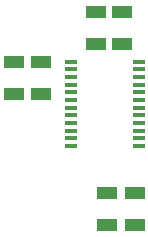
<source format=gtp>
%FSTAX23Y23*%
%MOIN*%
%SFA1B1*%

%IPPOS*%
%ADD10R,0.039016X0.012008*%
%ADD11R,0.066929X0.043307*%
%LNpcb1-1*%
%LPD*%
G54D10*
X01924Y04475D03*
Y0445D03*
Y04424D03*
Y04398D03*
Y04373D03*
Y04347D03*
Y04322D03*
Y04296D03*
Y04271D03*
Y04245D03*
Y04219D03*
Y04194D03*
X01695D03*
Y04219D03*
Y04245D03*
Y04271D03*
Y04296D03*
Y04322D03*
Y04347D03*
Y04373D03*
Y04398D03*
Y04424D03*
Y0445D03*
Y04475D03*
G54D11*
X0178Y04641D03*
Y04535D03*
X0191Y04038D03*
Y03931D03*
X01505Y04366D03*
Y04473D03*
X01815Y04038D03*
Y03931D03*
X01865Y04641D03*
Y04535D03*
X01595Y04366D03*
Y04473D03*
M02*
</source>
